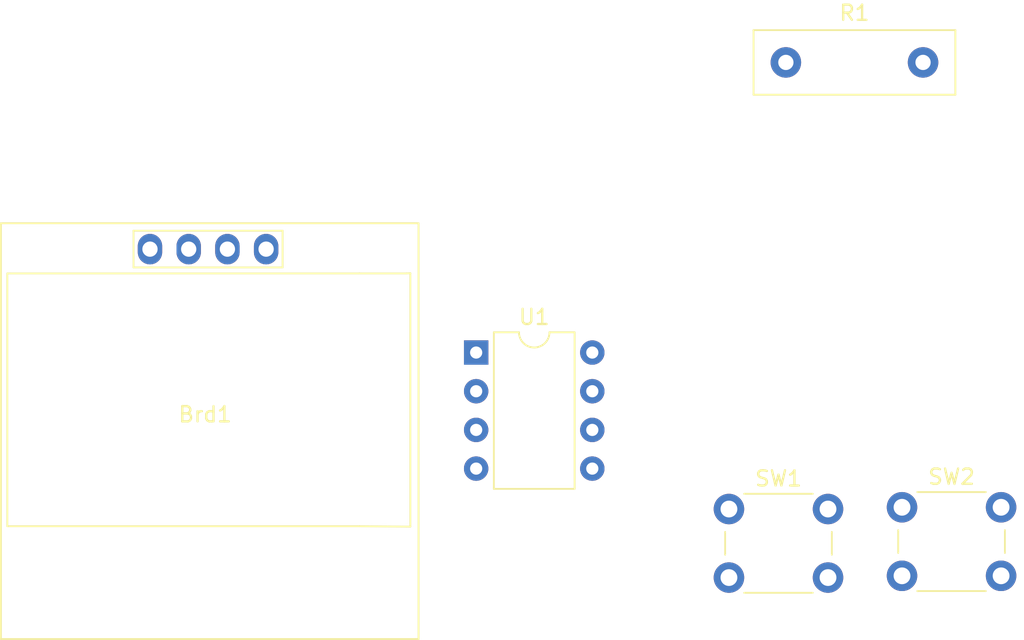
<source format=kicad_pcb>
(kicad_pcb (version 20171130) (host pcbnew 5.1.6-c6e7f7d~87~ubuntu20.04.1)

  (general
    (thickness 1.6)
    (drawings 0)
    (tracks 0)
    (zones 0)
    (modules 5)
    (nets 19)
  )

  (page A4)
  (layers
    (0 F.Cu signal)
    (31 B.Cu signal)
    (32 B.Adhes user)
    (33 F.Adhes user)
    (34 B.Paste user)
    (35 F.Paste user)
    (36 B.SilkS user)
    (37 F.SilkS user)
    (38 B.Mask user)
    (39 F.Mask user)
    (40 Dwgs.User user)
    (41 Cmts.User user)
    (42 Eco1.User user)
    (43 Eco2.User user)
    (44 Edge.Cuts user)
    (45 Margin user)
    (46 B.CrtYd user)
    (47 F.CrtYd user)
    (48 B.Fab user)
    (49 F.Fab user)
  )

  (setup
    (last_trace_width 0.25)
    (trace_clearance 0.2)
    (zone_clearance 0.508)
    (zone_45_only no)
    (trace_min 0.2)
    (via_size 0.8)
    (via_drill 0.4)
    (via_min_size 0.4)
    (via_min_drill 0.3)
    (uvia_size 0.3)
    (uvia_drill 0.1)
    (uvias_allowed no)
    (uvia_min_size 0.2)
    (uvia_min_drill 0.1)
    (edge_width 0.05)
    (segment_width 0.2)
    (pcb_text_width 0.3)
    (pcb_text_size 1.5 1.5)
    (mod_edge_width 0.12)
    (mod_text_size 1 1)
    (mod_text_width 0.15)
    (pad_size 1.524 1.524)
    (pad_drill 0.762)
    (pad_to_mask_clearance 0.05)
    (aux_axis_origin 0 0)
    (visible_elements FFFFFF7F)
    (pcbplotparams
      (layerselection 0x010fc_ffffffff)
      (usegerberextensions false)
      (usegerberattributes true)
      (usegerberadvancedattributes true)
      (creategerberjobfile true)
      (excludeedgelayer true)
      (linewidth 0.100000)
      (plotframeref false)
      (viasonmask false)
      (mode 1)
      (useauxorigin false)
      (hpglpennumber 1)
      (hpglpenspeed 20)
      (hpglpendiameter 15.000000)
      (psnegative false)
      (psa4output false)
      (plotreference true)
      (plotvalue true)
      (plotinvisibletext false)
      (padsonsilk false)
      (subtractmaskfromsilk false)
      (outputformat 1)
      (mirror false)
      (drillshape 1)
      (scaleselection 1)
      (outputdirectory ""))
  )

  (net 0 "")
  (net 1 "Net-(Brd1-Pad2)")
  (net 2 "Net-(Brd1-Pad1)")
  (net 3 "Net-(Brd1-Pad3)")
  (net 4 "Net-(Brd1-Pad4)")
  (net 5 "Net-(R1-Pad2)")
  (net 6 "Net-(R1-Pad1)")
  (net 7 "Net-(SW1-Pad1)")
  (net 8 "Net-(SW1-Pad2)")
  (net 9 "Net-(SW2-Pad1)")
  (net 10 "Net-(SW2-Pad2)")
  (net 11 "Net-(U1-Pad8)")
  (net 12 "Net-(U1-Pad4)")
  (net 13 "Net-(U1-Pad7)")
  (net 14 "Net-(U1-Pad3)")
  (net 15 "Net-(U1-Pad6)")
  (net 16 "Net-(U1-Pad2)")
  (net 17 "Net-(U1-Pad5)")
  (net 18 "Net-(U1-Pad1)")

  (net_class Default "This is the default net class."
    (clearance 0.2)
    (trace_width 0.25)
    (via_dia 0.8)
    (via_drill 0.4)
    (uvia_dia 0.3)
    (uvia_drill 0.1)
    (add_net "Net-(Brd1-Pad1)")
    (add_net "Net-(Brd1-Pad2)")
    (add_net "Net-(Brd1-Pad3)")
    (add_net "Net-(Brd1-Pad4)")
    (add_net "Net-(R1-Pad1)")
    (add_net "Net-(R1-Pad2)")
    (add_net "Net-(SW1-Pad1)")
    (add_net "Net-(SW1-Pad2)")
    (add_net "Net-(SW2-Pad1)")
    (add_net "Net-(SW2-Pad2)")
    (add_net "Net-(U1-Pad1)")
    (add_net "Net-(U1-Pad2)")
    (add_net "Net-(U1-Pad3)")
    (add_net "Net-(U1-Pad4)")
    (add_net "Net-(U1-Pad5)")
    (add_net "Net-(U1-Pad6)")
    (add_net "Net-(U1-Pad7)")
    (add_net "Net-(U1-Pad8)")
  )

  (module Package_DIP:DIP-8_W7.62mm (layer F.Cu) (tedit 5A02E8C5) (tstamp 5F7E6767)
    (at 134.62 78.74)
    (descr "8-lead though-hole mounted DIP package, row spacing 7.62 mm (300 mils)")
    (tags "THT DIP DIL PDIP 2.54mm 7.62mm 300mil")
    (path /5F7DA950)
    (fp_text reference U1 (at 3.81 -2.33) (layer F.SilkS)
      (effects (font (size 1 1) (thickness 0.15)))
    )
    (fp_text value ATtiny85-20PU (at 3.81 9.95) (layer F.Fab)
      (effects (font (size 1 1) (thickness 0.15)))
    )
    (fp_text user %R (at 3.81 3.81) (layer F.Fab)
      (effects (font (size 1 1) (thickness 0.15)))
    )
    (fp_arc (start 3.81 -1.33) (end 2.81 -1.33) (angle -180) (layer F.SilkS) (width 0.12))
    (fp_line (start 1.635 -1.27) (end 6.985 -1.27) (layer F.Fab) (width 0.1))
    (fp_line (start 6.985 -1.27) (end 6.985 8.89) (layer F.Fab) (width 0.1))
    (fp_line (start 6.985 8.89) (end 0.635 8.89) (layer F.Fab) (width 0.1))
    (fp_line (start 0.635 8.89) (end 0.635 -0.27) (layer F.Fab) (width 0.1))
    (fp_line (start 0.635 -0.27) (end 1.635 -1.27) (layer F.Fab) (width 0.1))
    (fp_line (start 2.81 -1.33) (end 1.16 -1.33) (layer F.SilkS) (width 0.12))
    (fp_line (start 1.16 -1.33) (end 1.16 8.95) (layer F.SilkS) (width 0.12))
    (fp_line (start 1.16 8.95) (end 6.46 8.95) (layer F.SilkS) (width 0.12))
    (fp_line (start 6.46 8.95) (end 6.46 -1.33) (layer F.SilkS) (width 0.12))
    (fp_line (start 6.46 -1.33) (end 4.81 -1.33) (layer F.SilkS) (width 0.12))
    (fp_line (start -1.1 -1.55) (end -1.1 9.15) (layer F.CrtYd) (width 0.05))
    (fp_line (start -1.1 9.15) (end 8.7 9.15) (layer F.CrtYd) (width 0.05))
    (fp_line (start 8.7 9.15) (end 8.7 -1.55) (layer F.CrtYd) (width 0.05))
    (fp_line (start 8.7 -1.55) (end -1.1 -1.55) (layer F.CrtYd) (width 0.05))
    (pad 8 thru_hole oval (at 7.62 0) (size 1.6 1.6) (drill 0.8) (layers *.Cu *.Mask)
      (net 11 "Net-(U1-Pad8)"))
    (pad 4 thru_hole oval (at 0 7.62) (size 1.6 1.6) (drill 0.8) (layers *.Cu *.Mask)
      (net 12 "Net-(U1-Pad4)"))
    (pad 7 thru_hole oval (at 7.62 2.54) (size 1.6 1.6) (drill 0.8) (layers *.Cu *.Mask)
      (net 13 "Net-(U1-Pad7)"))
    (pad 3 thru_hole oval (at 0 5.08) (size 1.6 1.6) (drill 0.8) (layers *.Cu *.Mask)
      (net 14 "Net-(U1-Pad3)"))
    (pad 6 thru_hole oval (at 7.62 5.08) (size 1.6 1.6) (drill 0.8) (layers *.Cu *.Mask)
      (net 15 "Net-(U1-Pad6)"))
    (pad 2 thru_hole oval (at 0 2.54) (size 1.6 1.6) (drill 0.8) (layers *.Cu *.Mask)
      (net 16 "Net-(U1-Pad2)"))
    (pad 5 thru_hole oval (at 7.62 7.62) (size 1.6 1.6) (drill 0.8) (layers *.Cu *.Mask)
      (net 17 "Net-(U1-Pad5)"))
    (pad 1 thru_hole rect (at 0 0) (size 1.6 1.6) (drill 0.8) (layers *.Cu *.Mask)
      (net 18 "Net-(U1-Pad1)"))
    (model ${KISYS3DMOD}/Package_DIP.3dshapes/DIP-8_W7.62mm.wrl
      (offset (xyz 0 0 3.5))
      (scale (xyz 1 1 1))
      (rotate (xyz 0 0 0))
    )
    (model "/media/ashish/New Volume/Ashish_Pardeshi/Software/KiCAD_3DModels/Socket_DIP8.stp"
      (at (xyz 0 0 0))
      (scale (xyz 1 1 1))
      (rotate (xyz 0 0 0))
    )
  )

  (module Button_Switch_THT:SW_PUSH_6mm (layer F.Cu) (tedit 5A02FE31) (tstamp 5F7E674B)
    (at 162.56 88.9)
    (descr https://www.omron.com/ecb/products/pdf/en-b3f.pdf)
    (tags "tact sw push 6mm")
    (path /5F7DF17C)
    (fp_text reference SW2 (at 3.25 -2) (layer F.SilkS)
      (effects (font (size 1 1) (thickness 0.15)))
    )
    (fp_text value SW_SPST (at 3.75 6.7) (layer F.Fab)
      (effects (font (size 1 1) (thickness 0.15)))
    )
    (fp_text user %R (at 3.25 2.25) (layer F.Fab)
      (effects (font (size 1 1) (thickness 0.15)))
    )
    (fp_line (start 3.25 -0.75) (end 6.25 -0.75) (layer F.Fab) (width 0.1))
    (fp_line (start 6.25 -0.75) (end 6.25 5.25) (layer F.Fab) (width 0.1))
    (fp_line (start 6.25 5.25) (end 0.25 5.25) (layer F.Fab) (width 0.1))
    (fp_line (start 0.25 5.25) (end 0.25 -0.75) (layer F.Fab) (width 0.1))
    (fp_line (start 0.25 -0.75) (end 3.25 -0.75) (layer F.Fab) (width 0.1))
    (fp_line (start 7.75 6) (end 8 6) (layer F.CrtYd) (width 0.05))
    (fp_line (start 8 6) (end 8 5.75) (layer F.CrtYd) (width 0.05))
    (fp_line (start 7.75 -1.5) (end 8 -1.5) (layer F.CrtYd) (width 0.05))
    (fp_line (start 8 -1.5) (end 8 -1.25) (layer F.CrtYd) (width 0.05))
    (fp_line (start -1.5 -1.25) (end -1.5 -1.5) (layer F.CrtYd) (width 0.05))
    (fp_line (start -1.5 -1.5) (end -1.25 -1.5) (layer F.CrtYd) (width 0.05))
    (fp_line (start -1.5 5.75) (end -1.5 6) (layer F.CrtYd) (width 0.05))
    (fp_line (start -1.5 6) (end -1.25 6) (layer F.CrtYd) (width 0.05))
    (fp_line (start -1.25 -1.5) (end 7.75 -1.5) (layer F.CrtYd) (width 0.05))
    (fp_line (start -1.5 5.75) (end -1.5 -1.25) (layer F.CrtYd) (width 0.05))
    (fp_line (start 7.75 6) (end -1.25 6) (layer F.CrtYd) (width 0.05))
    (fp_line (start 8 -1.25) (end 8 5.75) (layer F.CrtYd) (width 0.05))
    (fp_line (start 1 5.5) (end 5.5 5.5) (layer F.SilkS) (width 0.12))
    (fp_line (start -0.25 1.5) (end -0.25 3) (layer F.SilkS) (width 0.12))
    (fp_line (start 5.5 -1) (end 1 -1) (layer F.SilkS) (width 0.12))
    (fp_line (start 6.75 3) (end 6.75 1.5) (layer F.SilkS) (width 0.12))
    (fp_circle (center 3.25 2.25) (end 1.25 2.5) (layer F.Fab) (width 0.1))
    (pad 1 thru_hole circle (at 6.5 0 90) (size 2 2) (drill 1.1) (layers *.Cu *.Mask)
      (net 9 "Net-(SW2-Pad1)"))
    (pad 2 thru_hole circle (at 6.5 4.5 90) (size 2 2) (drill 1.1) (layers *.Cu *.Mask)
      (net 10 "Net-(SW2-Pad2)"))
    (pad 1 thru_hole circle (at 0 0 90) (size 2 2) (drill 1.1) (layers *.Cu *.Mask)
      (net 9 "Net-(SW2-Pad1)"))
    (pad 2 thru_hole circle (at 0 4.5 90) (size 2 2) (drill 1.1) (layers *.Cu *.Mask)
      (net 10 "Net-(SW2-Pad2)"))
    (model ${KISYS3DMOD}/Button_Switch_THT.3dshapes/SW_PUSH_6mm.wrl
      (at (xyz 0 0 0))
      (scale (xyz 1 1 1))
      (rotate (xyz 0 0 0))
    )
  )

  (module Button_Switch_THT:SW_PUSH_6mm (layer F.Cu) (tedit 5A02FE31) (tstamp 5F7E672C)
    (at 151.205 89.015)
    (descr https://www.omron.com/ecb/products/pdf/en-b3f.pdf)
    (tags "tact sw push 6mm")
    (path /5F7DE9F0)
    (fp_text reference SW1 (at 3.25 -2) (layer F.SilkS)
      (effects (font (size 1 1) (thickness 0.15)))
    )
    (fp_text value SW_SPST (at 3.75 6.7) (layer F.Fab)
      (effects (font (size 1 1) (thickness 0.15)))
    )
    (fp_text user %R (at 3.25 2.25) (layer F.Fab)
      (effects (font (size 1 1) (thickness 0.15)))
    )
    (fp_line (start 3.25 -0.75) (end 6.25 -0.75) (layer F.Fab) (width 0.1))
    (fp_line (start 6.25 -0.75) (end 6.25 5.25) (layer F.Fab) (width 0.1))
    (fp_line (start 6.25 5.25) (end 0.25 5.25) (layer F.Fab) (width 0.1))
    (fp_line (start 0.25 5.25) (end 0.25 -0.75) (layer F.Fab) (width 0.1))
    (fp_line (start 0.25 -0.75) (end 3.25 -0.75) (layer F.Fab) (width 0.1))
    (fp_line (start 7.75 6) (end 8 6) (layer F.CrtYd) (width 0.05))
    (fp_line (start 8 6) (end 8 5.75) (layer F.CrtYd) (width 0.05))
    (fp_line (start 7.75 -1.5) (end 8 -1.5) (layer F.CrtYd) (width 0.05))
    (fp_line (start 8 -1.5) (end 8 -1.25) (layer F.CrtYd) (width 0.05))
    (fp_line (start -1.5 -1.25) (end -1.5 -1.5) (layer F.CrtYd) (width 0.05))
    (fp_line (start -1.5 -1.5) (end -1.25 -1.5) (layer F.CrtYd) (width 0.05))
    (fp_line (start -1.5 5.75) (end -1.5 6) (layer F.CrtYd) (width 0.05))
    (fp_line (start -1.5 6) (end -1.25 6) (layer F.CrtYd) (width 0.05))
    (fp_line (start -1.25 -1.5) (end 7.75 -1.5) (layer F.CrtYd) (width 0.05))
    (fp_line (start -1.5 5.75) (end -1.5 -1.25) (layer F.CrtYd) (width 0.05))
    (fp_line (start 7.75 6) (end -1.25 6) (layer F.CrtYd) (width 0.05))
    (fp_line (start 8 -1.25) (end 8 5.75) (layer F.CrtYd) (width 0.05))
    (fp_line (start 1 5.5) (end 5.5 5.5) (layer F.SilkS) (width 0.12))
    (fp_line (start -0.25 1.5) (end -0.25 3) (layer F.SilkS) (width 0.12))
    (fp_line (start 5.5 -1) (end 1 -1) (layer F.SilkS) (width 0.12))
    (fp_line (start 6.75 3) (end 6.75 1.5) (layer F.SilkS) (width 0.12))
    (fp_circle (center 3.25 2.25) (end 1.25 2.5) (layer F.Fab) (width 0.1))
    (pad 1 thru_hole circle (at 6.5 0 90) (size 2 2) (drill 1.1) (layers *.Cu *.Mask)
      (net 7 "Net-(SW1-Pad1)"))
    (pad 2 thru_hole circle (at 6.5 4.5 90) (size 2 2) (drill 1.1) (layers *.Cu *.Mask)
      (net 8 "Net-(SW1-Pad2)"))
    (pad 1 thru_hole circle (at 0 0 90) (size 2 2) (drill 1.1) (layers *.Cu *.Mask)
      (net 7 "Net-(SW1-Pad1)"))
    (pad 2 thru_hole circle (at 0 4.5 90) (size 2 2) (drill 1.1) (layers *.Cu *.Mask)
      (net 8 "Net-(SW1-Pad2)"))
    (model ${KISYS3DMOD}/Button_Switch_THT.3dshapes/SW_PUSH_6mm.wrl
      (at (xyz 0 0 0))
      (scale (xyz 1 1 1))
      (rotate (xyz 0 0 0))
    )
  )

  (module Resistor_THT:R_Box_L13.0mm_W4.0mm_P9.00mm (layer F.Cu) (tedit 5AE5139B) (tstamp 5F7E6883)
    (at 154.94 59.69)
    (descr "Resistor, Box series, Radial, pin pitch=9.00mm, 2W, length*width=13.0*4.0mm^2, http://www.produktinfo.conrad.com/datenblaetter/425000-449999/443860-da-01-de-METALLBAND_WIDERSTAND_0_1_OHM_5W_5Pr.pdf")
    (tags "Resistor Box series Radial pin pitch 9.00mm 2W length 13.0mm width 4.0mm")
    (path /5F7DFAF7)
    (fp_text reference R1 (at 4.5 -3.25) (layer F.SilkS)
      (effects (font (size 1 1) (thickness 0.15)))
    )
    (fp_text value R_US (at 4.5 3.25) (layer F.Fab)
      (effects (font (size 1 1) (thickness 0.15)))
    )
    (fp_text user %R (at 4.5 0) (layer F.Fab)
      (effects (font (size 1 1) (thickness 0.15)))
    )
    (fp_line (start -2 -2) (end -2 2) (layer F.Fab) (width 0.1))
    (fp_line (start -2 2) (end 11 2) (layer F.Fab) (width 0.1))
    (fp_line (start 11 2) (end 11 -2) (layer F.Fab) (width 0.1))
    (fp_line (start 11 -2) (end -2 -2) (layer F.Fab) (width 0.1))
    (fp_line (start -2.12 -2.12) (end 11.12 -2.12) (layer F.SilkS) (width 0.12))
    (fp_line (start -2.12 2.12) (end 11.12 2.12) (layer F.SilkS) (width 0.12))
    (fp_line (start -2.12 -2.12) (end -2.12 2.12) (layer F.SilkS) (width 0.12))
    (fp_line (start 11.12 -2.12) (end 11.12 2.12) (layer F.SilkS) (width 0.12))
    (fp_line (start -2.25 -2.25) (end -2.25 2.25) (layer F.CrtYd) (width 0.05))
    (fp_line (start -2.25 2.25) (end 11.25 2.25) (layer F.CrtYd) (width 0.05))
    (fp_line (start 11.25 2.25) (end 11.25 -2.25) (layer F.CrtYd) (width 0.05))
    (fp_line (start 11.25 -2.25) (end -2.25 -2.25) (layer F.CrtYd) (width 0.05))
    (pad 2 thru_hole circle (at 9 0) (size 2 2) (drill 1) (layers *.Cu *.Mask)
      (net 5 "Net-(R1-Pad2)"))
    (pad 1 thru_hole circle (at 0 0) (size 2 2) (drill 1) (layers *.Cu *.Mask)
      (net 6 "Net-(R1-Pad1)"))
    (model ${KISYS3DMOD}/Resistor_THT.3dshapes/R_Box_L13.0mm_W4.0mm_P9.00mm.wrl
      (at (xyz 0 0 0))
      (scale (xyz 1 1 1))
      (rotate (xyz 0 0 0))
    )
  )

  (module SSD1306:128x64OLED (layer F.Cu) (tedit 5CF23EAC) (tstamp 5F7E66FA)
    (at 116.84 82.55)
    (path /5F7E0837)
    (fp_text reference Brd1 (at 0 0.254) (layer F.SilkS)
      (effects (font (size 1 1) (thickness 0.15)))
    )
    (fp_text value SSD1306 (at -7.747 -7.62) (layer F.Fab)
      (effects (font (size 1 1) (thickness 0.15)))
    )
    (fp_line (start 13.462 -9.017) (end 13.208 -9.005) (layer F.SilkS) (width 0.12))
    (fp_line (start 13.462 7.62) (end 13.462 -9.017) (layer F.SilkS) (width 0.12))
    (fp_line (start 10.122 7.595) (end 13.462 7.62) (layer F.SilkS) (width 0.12))
    (fp_line (start 10.122 -9.005) (end 13.208 -9.005) (layer F.SilkS) (width 0.12))
    (fp_line (start -4.699 -11.811) (end -4.699 -9.398) (layer F.SilkS) (width 0.12))
    (fp_line (start 5.08 -9.398) (end -4.699 -9.398) (layer F.SilkS) (width 0.12))
    (fp_line (start 5.08 -11.811) (end 5.08 -9.398) (layer F.SilkS) (width 0.12))
    (fp_line (start -4.699 -11.811) (end 5.08 -11.811) (layer F.SilkS) (width 0.12))
    (fp_line (start -12.978 -9.005) (end 10.122 -9.005) (layer F.SilkS) (width 0.12))
    (fp_line (start -12.978 7.595) (end -12.978 -9.005) (layer F.SilkS) (width 0.12))
    (fp_line (start 10.122 7.595) (end -12.978 7.595) (layer F.SilkS) (width 0.12))
    (fp_line (start -13.4 15) (end -13.4 -12.3) (layer F.SilkS) (width 0.12))
    (fp_line (start 14 15) (end -13.4 15) (layer F.SilkS) (width 0.12))
    (fp_line (start 14 -12.3) (end 14 15) (layer F.SilkS) (width 0.12))
    (fp_line (start -13.4 -12.3) (end 14 -12.3) (layer F.SilkS) (width 0.12))
    (pad 2 thru_hole oval (at -1.08 -10.6 90) (size 2 1.6) (drill 1) (layers *.Cu *.Mask)
      (net 1 "Net-(Brd1-Pad2)"))
    (pad 1 thru_hole oval (at -3.62 -10.6 90) (size 2 1.6) (drill 1) (layers *.Cu *.Mask)
      (net 2 "Net-(Brd1-Pad1)"))
    (pad 3 thru_hole oval (at 1.46 -10.6 90) (size 2 1.6) (drill 1) (layers *.Cu *.Mask)
      (net 3 "Net-(Brd1-Pad3)"))
    (pad 4 thru_hole oval (at 4 -10.6 90) (size 2 1.6) (drill 1) (layers *.Cu *.Mask)
      (net 4 "Net-(Brd1-Pad4)"))
    (model "/media/ashish/New Volume/Ashish_Pardeshi/Software/KiCAD_3DModels/OLED TFT 0.96 inch 64x128 monochrome.STEP"
      (offset (xyz 0.22 12 11))
      (scale (xyz 1 1 1))
      (rotate (xyz -90 0 0))
    )
    (model "/media/ashish/New Volume/Ashish_Pardeshi/Software/KiCAD_3DModels/pin-header-female-1.snapshot.13/1x4.STEP"
      (offset (xyz 5.5 12 8.5))
      (scale (xyz 1 1 1))
      (rotate (xyz -90 0 90))
    )
  )

)

</source>
